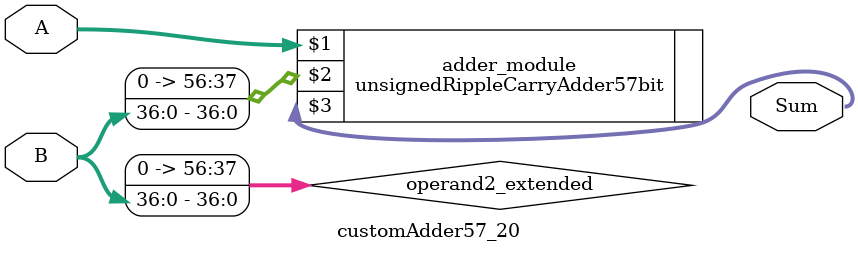
<source format=v>
module customAdder57_20(
                        input [56 : 0] A,
                        input [36 : 0] B,
                        
                        output [57 : 0] Sum
                );

        wire [56 : 0] operand2_extended;
        
        assign operand2_extended =  {20'b0, B};
        
        unsignedRippleCarryAdder57bit adder_module(
            A,
            operand2_extended,
            Sum
        );
        
        endmodule
        
</source>
